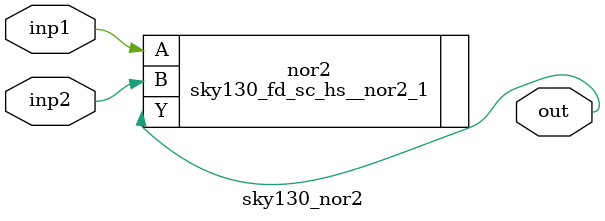
<source format=v>

module sky130_nor2(out, inp1, inp2);
  input inp1;
  input inp2;
  output out;
  sky130_fd_sc_hs__nor2_1 nor2 (
    .A(inp1),
    .B(inp2),
    .Y(out)
  );
endmodule

</source>
